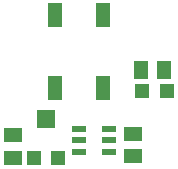
<source format=gbr>
G04 EAGLE Gerber RS-274X export*
G75*
%MOMM*%
%FSLAX34Y34*%
%LPD*%
%INSolderpaste Top*%
%IPPOS*%
%AMOC8*
5,1,8,0,0,1.08239X$1,22.5*%
G01*
%ADD10R,1.200000X0.550000*%
%ADD11R,1.500000X1.240000*%
%ADD12R,1.200000X2.000000*%
%ADD13R,1.600000X1.500000*%
%ADD14R,1.200000X1.200000*%
%ADD15R,1.240000X1.500000*%


D10*
X88600Y80620D03*
X88600Y71120D03*
X88600Y61620D03*
X114600Y61620D03*
X114600Y71120D03*
X114600Y80620D03*
D11*
X33020Y56540D03*
X33020Y75540D03*
D12*
X68900Y115050D03*
X68900Y177050D03*
X108900Y177050D03*
X108900Y115050D03*
D13*
X60960Y88795D03*
D14*
X50960Y56295D03*
X70960Y56295D03*
D11*
X134620Y76810D03*
X134620Y57810D03*
D14*
X162900Y113030D03*
X141900Y113030D03*
D15*
X141630Y130810D03*
X160630Y130810D03*
M02*

</source>
